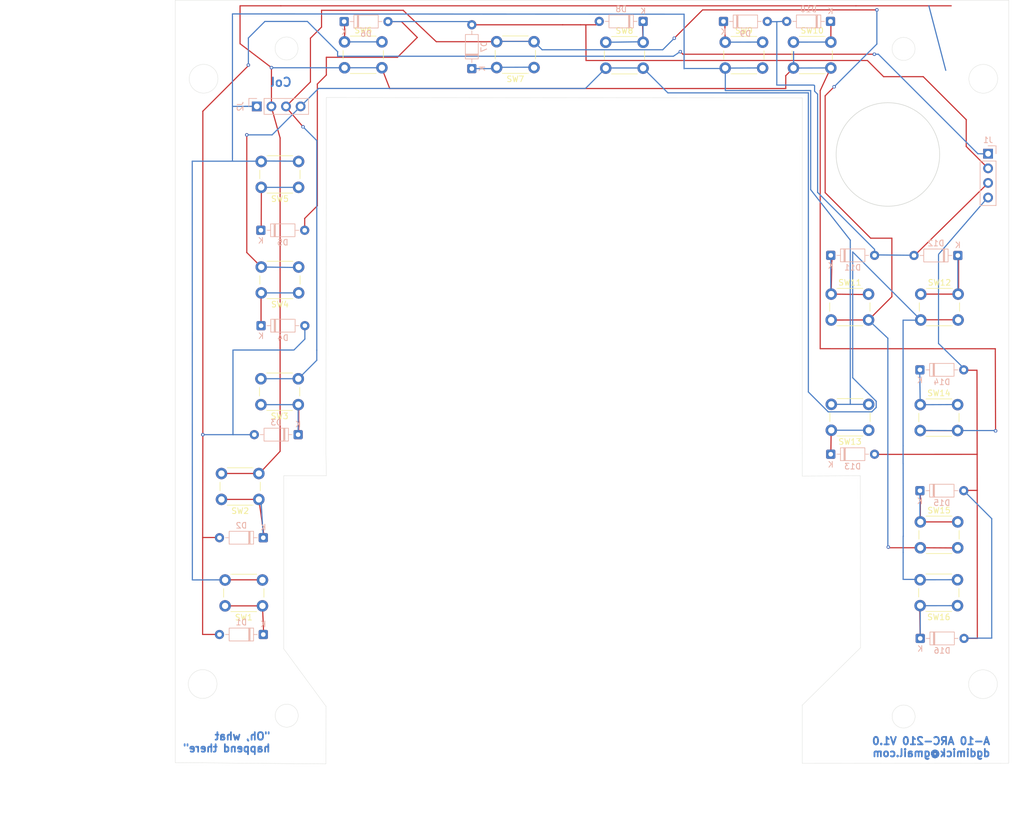
<source format=kicad_pcb>
(kicad_pcb (version 20241229) (generator "pcbnew") (generator_version "9.0")
  (layers (0 "F.Cu" signal) (2 "B.Cu" signal) (13 "F.Paste" user) (15 "B.Paste" user) (5 "F.SilkS" user "F.Silkscreen") (7 "B.SilkS" user "B.Silkscreen") (1 "F.Mask" user) (3 "B.Mask" user) (25 "Edge.Cuts" user))
  (net 0 "")
  (net 1 "Net-(D1-K)")
  (net 2 "Net-(D1-A)")
  (net 3 "Net-(D2-K)")
  (net 4 "Net-(D3-K)")
  (net 5 "Net-(D4-K)")
  (net 6 "Net-(D5-K)")
  (net 7 "Net-(D5-A)")
  (net 8 "Net-(D6-K)")
  (net 9 "Net-(D7-K)")
  (net 10 "Net-(D8-K)")
  (net 11 "Net-(D9-K)")
  (net 12 "Net-(D10-A)")
  (net 13 "Net-(D10-K)")
  (net 14 "Net-(D11-K)")
  (net 15 "Net-(D12-K)")
  (net 16 "Net-(D13-A)")
  (net 17 "Net-(D13-K)")
  (net 18 "Net-(D14-K)")
  (net 19 "Net-(D15-K)")
  (net 20 "Net-(D16-K)")
  (net 21 "Net-(J2-Pin_4)")
  (net 22 "Net-(J2-Pin_2)")
  (net 23 "Net-(J2-Pin_3)")
  (net 24 "Net-(J2-Pin_1)")
  (footprint "Button_Switch_THT:SW_PUSH_6mm_H5mm" (layer "F.Cu") (at 180.31 35.16)
    (property "Reference" "SW10" (at 3.25 -2 0) (layer "F.SilkS"))
    (property "Value" "SW_Push")
    (pad "1" thru_hole circle (at 0 0 90) (size 2 2) (drill 1.1) (layers "*.Cu" "*.Mask") (net 13 "Net-(D10-K)"))
    (pad "1" thru_hole circle (at 6.5 0 90) (size 2 2) (drill 1.1) (layers "*.Cu" "*.Mask") (net 13 "Net-(D10-K)"))
    (pad "2" thru_hole circle (at 0 4.5 90) (size 2 2) (drill 1.1) (layers "*.Cu" "*.Mask") (net 22 "Net-(J2-Pin_2)"))
    (pad "2" thru_hole circle (at 6.5 4.5 90) (size 2 2) (drill 1.1) (layers "*.Cu" "*.Mask") (net 22 "Net-(J2-Pin_2)"))
  )
  (footprint "Button_Switch_THT:SW_PUSH_6mm_H5mm" (layer "F.Cu") (at 202.35 98.2)
    (property "Reference" "SW14" (at 3.25 -2 0) (layer "F.SilkS"))
    (property "Value" "SW_Push")
    (pad "1" thru_hole circle (at 0 0 90) (size 2 2) (drill 1.1) (layers "*.Cu" "*.Mask") (net 18 "Net-(D14-K)"))
    (pad "1" thru_hole circle (at 6.5 0 90) (size 2 2) (drill 1.1) (layers "*.Cu" "*.Mask") (net 18 "Net-(D14-K)"))
    (pad "2" thru_hole circle (at 0 4.5 90) (size 2 2) (drill 1.1) (layers "*.Cu" "*.Mask") (net 22 "Net-(J2-Pin_2)"))
    (pad "2" thru_hole circle (at 6.5 4.5 90) (size 2 2) (drill 1.1) (layers "*.Cu" "*.Mask") (net 22 "Net-(J2-Pin_2)"))
  )
  (footprint "Button_Switch_THT:SW_PUSH_6mm_H5mm" (layer "F.Cu") (at 87.98 133.19 180)
    (property "Reference" "SW1" (at 3.25 -2 0) (layer "F.SilkS"))
    (property "Value" "SW_Push")
    (pad "1" thru_hole circle (at 0 0 270) (size 2 2) (drill 1.1) (layers "*.Cu" "*.Mask") (net 1 "Net-(D1-K)"))
    (pad "1" thru_hole circle (at 6.5 0 270) (size 2 2) (drill 1.1) (layers "*.Cu" "*.Mask") (net 1 "Net-(D1-K)"))
    (pad "2" thru_hole circle (at 0 4.5 270) (size 2 2) (drill 1.1) (layers "*.Cu" "*.Mask") (net 24 "Net-(J2-Pin_1)"))
    (pad "2" thru_hole circle (at 6.5 4.5 270) (size 2 2) (drill 1.1) (layers "*.Cu" "*.Mask") (net 24 "Net-(J2-Pin_1)"))
  )
  (footprint "Button_Switch_THT:SW_PUSH_6mm_H5mm" (layer "F.Cu") (at 87.35 114.68 180)
    (property "Reference" "SW2" (at 3.25 -2 0) (layer "F.SilkS"))
    (property "Value" "SW_Push")
    (pad "1" thru_hole circle (at 0 0 270) (size 2 2) (drill 1.1) (layers "*.Cu" "*.Mask") (net 3 "Net-(D2-K)"))
    (pad "1" thru_hole circle (at 6.5 0 270) (size 2 2) (drill 1.1) (layers "*.Cu" "*.Mask") (net 3 "Net-(D2-K)"))
    (pad "2" thru_hole circle (at 0 4.5 270) (size 2 2) (drill 1.1) (layers "*.Cu" "*.Mask") (net 22 "Net-(J2-Pin_2)"))
    (pad "2" thru_hole circle (at 6.5 4.5 270) (size 2 2) (drill 1.1) (layers "*.Cu" "*.Mask") (net 22 "Net-(J2-Pin_2)"))
  )
  (footprint "Button_Switch_THT:SW_PUSH_6mm_H5mm" (layer "F.Cu") (at 135.2 39.59 180)
    (property "Reference" "SW7" (at 3.25 -2 0) (layer "F.SilkS"))
    (property "Value" "SW_Push")
    (pad "1" thru_hole circle (at 0 0 270) (size 2 2) (drill 1.1) (layers "*.Cu" "*.Mask") (net 9 "Net-(D7-K)"))
    (pad "1" thru_hole circle (at 6.5 0 270) (size 2 2) (drill 1.1) (layers "*.Cu" "*.Mask") (net 9 "Net-(D7-K)"))
    (pad "2" thru_hole circle (at 0 4.5 270) (size 2 2) (drill 1.1) (layers "*.Cu" "*.Mask") (net 23 "Net-(J2-Pin_3)"))
    (pad "2" thru_hole circle (at 6.5 4.5 270) (size 2 2) (drill 1.1) (layers "*.Cu" "*.Mask") (net 23 "Net-(J2-Pin_3)"))
  )
  (footprint "Button_Switch_THT:SW_PUSH_6mm_H5mm" (layer "F.Cu") (at 94.21 98.2 180)
    (property "Reference" "SW3" (at 3.25 -2 0) (layer "F.SilkS"))
    (property "Value" "SW_Push")
    (pad "1" thru_hole circle (at 0 0 270) (size 2 2) (drill 1.1) (layers "*.Cu" "*.Mask") (net 4 "Net-(D3-K)"))
    (pad "1" thru_hole circle (at 6.5 0 270) (size 2 2) (drill 1.1) (layers "*.Cu" "*.Mask") (net 4 "Net-(D3-K)"))
    (pad "2" thru_hole circle (at 0 4.5 270) (size 2 2) (drill 1.1) (layers "*.Cu" "*.Mask") (net 23 "Net-(J2-Pin_3)"))
    (pad "2" thru_hole circle (at 6.5 4.5 270) (size 2 2) (drill 1.1) (layers "*.Cu" "*.Mask") (net 23 "Net-(J2-Pin_3)"))
  )
  (footprint "Button_Switch_THT:SW_PUSH_6mm_H5mm" (layer "F.Cu") (at 186.865 78.98)
    (property "Reference" "SW11" (at 3.25 -2 0) (layer "F.SilkS"))
    (property "Value" "SW_Push")
    (pad "1" thru_hole circle (at 0 0 90) (size 2 2) (drill 1.1) (layers "*.Cu" "*.Mask") (net 14 "Net-(D11-K)"))
    (pad "1" thru_hole circle (at 6.5 0 90) (size 2 2) (drill 1.1) (layers "*.Cu" "*.Mask") (net 14 "Net-(D11-K)"))
    (pad "2" thru_hole circle (at 0 4.5 90) (size 2 2) (drill 1.1) (layers "*.Cu" "*.Mask") (net 23 "Net-(J2-Pin_3)"))
    (pad "2" thru_hole circle (at 6.5 4.5 90) (size 2 2) (drill 1.1) (layers "*.Cu" "*.Mask") (net 23 "Net-(J2-Pin_3)"))
  )
  (footprint "Button_Switch_THT:SW_PUSH_6mm_H5mm" (layer "F.Cu") (at 147.67 35.19)
    (property "Reference" "SW8" (at 3.25 -2 0) (layer "F.SilkS"))
    (property "Value" "SW_Push")
    (pad "1" thru_hole circle (at 0 0 90) (size 2 2) (drill 1.1) (layers "*.Cu" "*.Mask") (net 10 "Net-(D8-K)"))
    (pad "1" thru_hole circle (at 6.5 0 90) (size 2 2) (drill 1.1) (layers "*.Cu" "*.Mask") (net 10 "Net-(D8-K)"))
    (pad "2" thru_hole circle (at 0 4.5 90) (size 2 2) (drill 1.1) (layers "*.Cu" "*.Mask") (net 21 "Net-(J2-Pin_4)"))
    (pad "2" thru_hole circle (at 6.5 4.5 90) (size 2 2) (drill 1.1) (layers "*.Cu" "*.Mask") (net 21 "Net-(J2-Pin_4)"))
  )
  (footprint "Button_Switch_THT:SW_PUSH_6mm_H5mm" (layer "F.Cu") (at 208.83 133.15 180)
    (property "Reference" "SW16" (at 3.25 -2 0) (layer "F.SilkS"))
    (property "Value" "SW_Push")
    (pad "1" thru_hole circle (at 0 0 270) (size 2 2) (drill 1.1) (layers "*.Cu" "*.Mask") (net 20 "Net-(D16-K)"))
    (pad "1" thru_hole circle (at 6.5 0 270) (size 2 2) (drill 1.1) (layers "*.Cu" "*.Mask") (net 20 "Net-(D16-K)"))
    (pad "2" thru_hole circle (at 0 4.5 270) (size 2 2) (drill 1.1) (layers "*.Cu" "*.Mask") (net 21 "Net-(J2-Pin_4)"))
    (pad "2" thru_hole circle (at 6.5 4.5 270) (size 2 2) (drill 1.1) (layers "*.Cu" "*.Mask") (net 21 "Net-(J2-Pin_4)"))
  )
  (footprint "Button_Switch_THT:SW_PUSH_6mm_H5mm" (layer "F.Cu") (at 94.26 60.42 180)
    (property "Reference" "SW5" (at 3.25 -2 0) (layer "F.SilkS"))
    (property "Value" "SW_Push")
    (pad "1" thru_hole circle (at 0 0 270) (size 2 2) (drill 1.1) (layers "*.Cu" "*.Mask") (net 6 "Net-(D5-K)"))
    (pad "1" thru_hole circle (at 6.5 0 270) (size 2 2) (drill 1.1) (layers "*.Cu" "*.Mask") (net 6 "Net-(D5-K)"))
    (pad "2" thru_hole circle (at 0 4.5 270) (size 2 2) (drill 1.1) (layers "*.Cu" "*.Mask") (net 24 "Net-(J2-Pin_1)"))
    (pad "2" thru_hole circle (at 6.5 4.5 270) (size 2 2) (drill 1.1) (layers "*.Cu" "*.Mask") (net 24 "Net-(J2-Pin_1)"))
  )
  (footprint "Button_Switch_THT:SW_PUSH_6mm_H5mm" (layer "F.Cu") (at 168.44 35.17)
    (property "Reference" "SW9" (at 3.25 -2 0) (layer "F.SilkS"))
    (property "Value" "SW_Push")
    (pad "1" thru_hole circle (at 0 0 90) (size 2 2) (drill 1.1) (layers "*.Cu" "*.Mask") (net 11 "Net-(D9-K)"))
    (pad "1" thru_hole circle (at 6.5 0 90) (size 2 2) (drill 1.1) (layers "*.Cu" "*.Mask") (net 11 "Net-(D9-K)"))
    (pad "2" thru_hole circle (at 0 4.5 90) (size 2 2) (drill 1.1) (layers "*.Cu" "*.Mask") (net 24 "Net-(J2-Pin_1)"))
    (pad "2" thru_hole circle (at 6.5 4.5 90) (size 2 2) (drill 1.1) (layers "*.Cu" "*.Mask") (net 24 "Net-(J2-Pin_1)"))
  )
  (footprint "Button_Switch_THT:SW_PUSH_6mm_H5mm" (layer "F.Cu") (at 202.44 78.98)
    (property "Reference" "SW12" (at 3.25 -2 0) (layer "F.SilkS"))
    (property "Value" "SW_Push")
    (pad "1" thru_hole circle (at 0 0 90) (size 2 2) (drill 1.1) (layers "*.Cu" "*.Mask") (net 15 "Net-(D12-K)"))
    (pad "1" thru_hole circle (at 6.5 0 90) (size 2 2) (drill 1.1) (layers "*.Cu" "*.Mask") (net 15 "Net-(D12-K)"))
    (pad "2" thru_hole circle (at 0 4.5 90) (size 2 2) (drill 1.1) (layers "*.Cu" "*.Mask") (net 21 "Net-(J2-Pin_4)"))
    (pad "2" thru_hole circle (at 6.5 4.5 90) (size 2 2) (drill 1.1) (layers "*.Cu" "*.Mask") (net 21 "Net-(J2-Pin_4)"))
  )
  (footprint "Button_Switch_THT:SW_PUSH_6mm_H5mm" (layer "F.Cu") (at 102.25 35.12)
    (property "Reference" "SW6" (at 3.25 -2 0) (layer "F.SilkS"))
    (property "Value" "SW_Push")
    (pad "1" thru_hole circle (at 0 0 90) (size 2 2) (drill 1.1) (layers "*.Cu" "*.Mask") (net 8 "Net-(D6-K)"))
    (pad "1" thru_hole circle (at 6.5 0 90) (size 2 2) (drill 1.1) (layers "*.Cu" "*.Mask") (net 8 "Net-(D6-K)"))
    (pad "2" thru_hole circle (at 0 4.5 90) (size 2 2) (drill 1.1) (layers "*.Cu" "*.Mask") (net 22 "Net-(J2-Pin_2)"))
    (pad "2" thru_hole circle (at 6.5 4.5 90) (size 2 2) (drill 1.1) (layers "*.Cu" "*.Mask") (net 22 "Net-(J2-Pin_2)"))
  )
  (footprint "Button_Switch_THT:SW_PUSH_6mm_H5mm" (layer "F.Cu") (at 202.37 118.59)
    (property "Reference" "SW15" (at 3.25 -2 0) (layer "F.SilkS"))
    (property "Value" "SW_Push")
    (pad "1" thru_hole circle (at 0 0 90) (size 2 2) (drill 1.1) (layers "*.Cu" "*.Mask") (net 19 "Net-(D15-K)"))
    (pad "1" thru_hole circle (at 6.5 0 90) (size 2 2) (drill 1.1) (layers "*.Cu" "*.Mask") (net 19 "Net-(D15-K)"))
    (pad "2" thru_hole circle (at 0 4.5 90) (size 2 2) (drill 1.1) (layers "*.Cu" "*.Mask") (net 23 "Net-(J2-Pin_3)"))
    (pad "2" thru_hole circle (at 6.5 4.5 90) (size 2 2) (drill 1.1) (layers "*.Cu" "*.Mask") (net 23 "Net-(J2-Pin_3)"))
  )
  (footprint "Button_Switch_THT:SW_PUSH_6mm_H5mm" (layer "F.Cu") (at 193.39 102.65 180)
    (property "Reference" "SW13" (at 3.25 -2 0) (layer "F.SilkS"))
    (property "Value" "SW_Push")
    (pad "1" thru_hole circle (at 0 0 270) (size 2 2) (drill 1.1) (layers "*.Cu" "*.Mask") (net 17 "Net-(D13-K)"))
    (pad "1" thru_hole circle (at 6.5 0 270) (size 2 2) (drill 1.1) (layers "*.Cu" "*.Mask") (net 17 "Net-(D13-K)"))
    (pad "2" thru_hole circle (at 0 4.5 270) (size 2 2) (drill 1.1) (layers "*.Cu" "*.Mask") (net 24 "Net-(J2-Pin_1)"))
    (pad "2" thru_hole circle (at 6.5 4.5 270) (size 2 2) (drill 1.1) (layers "*.Cu" "*.Mask") (net 24 "Net-(J2-Pin_1)"))
  )
  (footprint "Button_Switch_THT:SW_PUSH_6mm_H5mm" (layer "F.Cu") (at 94.27 78.77 180)
    (property "Reference" "SW4" (at 3.25 -2 0) (layer "F.SilkS"))
    (property "Value" "SW_Push")
    (pad "1" thru_hole circle (at 0 0 270) (size 2 2) (drill 1.1) (layers "*.Cu" "*.Mask") (net 5 "Net-(D4-K)"))
    (pad "1" thru_hole circle (at 6.5 0 270) (size 2 2) (drill 1.1) (layers "*.Cu" "*.Mask") (net 5 "Net-(D4-K)"))
    (pad "2" thru_hole circle (at 0 4.5 270) (size 2 2) (drill 1.1) (layers "*.Cu" "*.Mask") (net 21 "Net-(J2-Pin_4)"))
    (pad "2" thru_hole circle (at 6.5 4.5 270) (size 2 2) (drill 1.1) (layers "*.Cu" "*.Mask") (net 21 "Net-(J2-Pin_4)"))
  )
  (footprint "Diode_THT:D_DO-35_SOD27_P7.62mm_Horizontal" (layer "B.Cu") (at 186.79 72.24)
    (property "Reference" "D11" (at 3.81 2.12 0) (layer "B.SilkS") (effects (justify mirror)))
    (property "Value" "1N4148")
    (fp_text user "K" (at 0 1.8 0) (layer "B.SilkS") (effects (justify mirror)))
    (pad "1" thru_hole roundrect (at 0 0) (size 1.6 1.6) (drill 0.8) (layers "*.Cu" "*.Mask") (roundrect_rratio 0.15625) (net 14 "Net-(D11-K)"))
    (pad "2" thru_hole circle (at 7.62 0) (size 1.6 1.6) (drill 0.8) (layers "*.Cu" "*.Mask") (net 12 "Net-(D10-A)"))
  )
  (footprint "Diode_THT:D_DO-35_SOD27_P7.62mm_Horizontal" (layer "B.Cu") (at 202.35 138.85)
    (property "Reference" "D16" (at 3.81 2.12 0) (layer "B.SilkS") (effects (justify mirror)))
    (property "Value" "1N4148")
    (fp_text user "K" (at 0 1.8 0) (layer "B.SilkS") (effects (justify mirror)))
    (pad "1" thru_hole roundrect (at 0 0) (size 1.6 1.6) (drill 0.8) (layers "*.Cu" "*.Mask") (roundrect_rratio 0.15625) (net 20 "Net-(D16-K)"))
    (pad "2" thru_hole circle (at 7.62 0) (size 1.6 1.6) (drill 0.8) (layers "*.Cu" "*.Mask") (net 16 "Net-(D13-A)"))
  )
  (footprint "Diode_THT:D_DO-35_SOD27_P7.62mm_Horizontal" (layer "B.Cu") (at 168.14 31.57)
    (property "Reference" "D9" (at 3.81 2.12 0) (layer "B.SilkS") (effects (justify mirror)))
    (property "Value" "1N4148")
    (fp_text user "K" (at 0 1.8 0) (layer "B.SilkS") (effects (justify mirror)))
    (pad "1" thru_hole roundrect (at 0 0) (size 1.6 1.6) (drill 0.8) (layers "*.Cu" "*.Mask") (roundrect_rratio 0.15625) (net 11 "Net-(D9-K)"))
    (pad "2" thru_hole circle (at 7.62 0) (size 1.6 1.6) (drill 0.8) (layers "*.Cu" "*.Mask") (net 12 "Net-(D10-A)"))
  )
  (footprint "Connector_PinHeader_2.54mm:PinHeader_1x04_P2.54mm_Vertical" (layer "B.Cu") (at 86.99 46.34 -90)
    (property "Reference" "J2" (at 0 2.87 90) (layer "B.SilkS") (effects (justify mirror)))
    (property "Value" "Conn_01x04_Pin" (hide yes))
    (pad "1" thru_hole rect (at 0 0 270) (size 1.7 1.7) (drill 1) (layers "*.Cu" "*.Mask") (net 24 "Net-(J2-Pin_1)"))
    (pad "2" thru_hole circle (at 0 -2.54 270) (size 1.7 1.7) (drill 1) (layers "*.Cu" "*.Mask") (net 22 "Net-(J2-Pin_2)"))
    (pad "3" thru_hole circle (at 0 -5.08 270) (size 1.7 1.7) (drill 1) (layers "*.Cu" "*.Mask") (net 23 "Net-(J2-Pin_3)"))
    (pad "4" thru_hole circle (at 0 -7.62 270) (size 1.7 1.7) (drill 1) (layers "*.Cu" "*.Mask") (net 21 "Net-(J2-Pin_4)"))
  )
  (footprint "Diode_THT:D_DO-35_SOD27_P7.62mm_Horizontal" (layer "B.Cu") (at 202.3 113.16)
    (property "Reference" "D15" (at 3.81 2.12 0) (layer "B.SilkS") (effects (justify mirror)))
    (property "Value" "1N4148")
    (fp_text user "K" (at 0 1.8 0) (layer "B.SilkS") (effects (justify mirror)))
    (pad "1" thru_hole roundrect (at 0 0) (size 1.6 1.6) (drill 0.8) (layers "*.Cu" "*.Mask") (roundrect_rratio 0.15625) (net 19 "Net-(D15-K)"))
    (pad "2" thru_hole circle (at 7.62 0) (size 1.6 1.6) (drill 0.8) (layers "*.Cu" "*.Mask") (net 16 "Net-(D13-A)"))
  )
  (footprint "Diode_THT:D_DO-35_SOD27_P7.62mm_Horizontal" (layer "B.Cu") (at 94.18 103.42 180)
    (property "Reference" "D3" (at 3.81 2.12 0) (layer "B.SilkS") (effects (justify mirror)))
    (property "Value" "1N4148")
    (fp_text user "K" (at 0 1.8 0) (layer "B.SilkS") (effects (justify mirror)))
    (pad "1" thru_hole roundrect (at 0 0 180) (size 1.6 1.6) (drill 0.8) (layers "*.Cu" "*.Mask") (roundrect_rratio 0.15625) (net 4 "Net-(D3-K)"))
    (pad "2" thru_hole circle (at 7.62 0 180) (size 1.6 1.6) (drill 0.8) (layers "*.Cu" "*.Mask") (net 2 "Net-(D1-A)"))
  )
  (footprint "Connector_PinHeader_2.54mm:PinHeader_1x04_P2.54mm_Vertical" (layer "B.Cu") (at 214.15 54.57 180)
    (property "Reference" "J1" (at 0 2.38 0) (layer "B.SilkS") (effects (justify mirror)))
    (property "Value" "Conn_01x04_Pin")
    (pad "1" thru_hole rect (at 0 0 180) (size 1.7 1.7) (drill 1) (layers "*.Cu" "*.Mask") (net 2 "Net-(D1-A)"))
    (pad "2" thru_hole circle (at 0 -2.54 180) (size 1.7 1.7) (drill 1) (layers "*.Cu" "*.Mask") (net 7 "Net-(D5-A)"))
    (pad "3" thru_hole circle (at 0 -5.08 180) (size 1.7 1.7) (drill 1) (layers "*.Cu" "*.Mask") (net 12 "Net-(D10-A)"))
    (pad "4" thru_hole circle (at 0 -7.62 180) (size 1.7 1.7) (drill 1) (layers "*.Cu" "*.Mask") (net 16 "Net-(D13-A)"))
  )
  (footprint "Diode_THT:D_DO-35_SOD27_P7.62mm_Horizontal" (layer "B.Cu") (at 186.75 31.56 180)
    (property "Reference" "D10" (at 3.81 2.12 0) (layer "B.SilkS") (effects (justify mirror)))
    (property "Value" "1N4148")
    (fp_text user "K" (at 0 1.8 0) (layer "B.SilkS") (effects (justify mirror)))
    (pad "1" thru_hole roundrect (at 0 0 180) (size 1.6 1.6) (drill 0.8) (layers "*.Cu" "*.Mask") (roundrect_rratio 0.15625) (net 13 "Net-(D10-K)"))
    (pad "2" thru_hole circle (at 7.62 0 180) (size 1.6 1.6) (drill 0.8) (layers "*.Cu" "*.Mask") (net 12 "Net-(D10-A)"))
  )
  (footprint "Diode_THT:D_DO-35_SOD27_P7.62mm_Horizontal" (layer "B.Cu") (at 87.73 84.47)
    (property "Reference" "D4" (at 3.81 2.12 0) (layer "B.SilkS") (effects (justify mirror)))
    (property "Value" "1N4148")
    (fp_text user "K" (at 0 1.8 0) (layer "B.SilkS") (effects (justify mirror)))
    (pad "1" thru_hole roundrect (at 0 0) (size 1.6 1.6) (drill 0.8) (layers "*.Cu" "*.Mask") (roundrect_rratio 0.15625) (net 5 "Net-(D4-K)"))
    (pad "2" thru_hole circle (at 7.62 0) (size 1.6 1.6) (drill 0.8) (layers "*.Cu" "*.Mask") (net 2 "Net-(D1-A)"))
  )
  (footprint "Diode_THT:D_DO-35_SOD27_P7.62mm_Horizontal" (layer "B.Cu") (at 88.12 138.17 180)
    (property "Reference" "D1" (at 3.81 2.12 0) (layer "B.SilkS") (effects (justify mirror)))
    (property "Value" "1N4148")
    (fp_text user "K" (at 0 1.8 0) (layer "B.SilkS") (effects (justify mirror)))
    (pad "1" thru_hole roundrect (at 0 0 180) (size 1.6 1.6) (drill 0.8) (layers "*.Cu" "*.Mask") (roundrect_rratio 0.15625) (net 1 "Net-(D1-K)"))
    (pad "2" thru_hole circle (at 7.62 0 180) (size 1.6 1.6) (drill 0.8) (layers "*.Cu" "*.Mask") (net 2 "Net-(D1-A)"))
  )
  (footprint "Diode_THT:D_DO-35_SOD27_P7.62mm_Horizontal" (layer "B.Cu") (at 102.18 31.59)
    (property "Reference" "D6" (at 3.81 2.12 0) (layer "B.SilkS") (effects (justify mirror)))
    (property "Value" "1N4148")
    (fp_text user "K" (at 0 1.8 0) (layer "B.SilkS") (effects (justify mirror)))
    (pad "1" thru_hole roundrect (at 0 0) (size 1.6 1.6) (drill 0.8) (layers "*.Cu" "*.Mask") (roundrect_rratio 0.15625) (net 8 "Net-(D6-K)"))
    (pad "2" thru_hole circle (at 7.62 0) (size 1.6 1.6) (drill 0.8) (layers "*.Cu" "*.Mask") (net 7 "Net-(D5-A)"))
  )
  (footprint "Diode_THT:D_DO-35_SOD27_P7.62mm_Horizontal" (layer "B.Cu") (at 87.7 67.88)
    (property "Reference" "D5" (at 3.81 2.12 0) (layer "B.SilkS") (effects (justify mirror)))
    (property "Value" "1N4148")
    (fp_text user "K" (at 0 1.8 0) (layer "B.SilkS") (effects (justify mirror)))
    (pad "1" thru_hole roundrect (at 0 0) (size 1.6 1.6) (drill 0.8) (layers "*.Cu" "*.Mask") (roundrect_rratio 0.15625) (net 6 "Net-(D5-K)"))
    (pad "2" thru_hole circle (at 7.62 0) (size 1.6 1.6) (drill 0.8) (layers "*.Cu" "*.Mask") (net 7 "Net-(D5-A)"))
  )
  (footprint "Diode_THT:D_DO-35_SOD27_P7.62mm_Horizontal" (layer "B.Cu") (at 124.38 39.77 90)
    (property "Reference" "D7" (at 3.81 2.12 90) (layer "B.SilkS") (effects (justify mirror)))
    (property "Value" "1N4148")
    (fp_text user "K" (at 0 1.8 90) (layer "B.SilkS") (effects (justify mirror)))
    (pad "1" thru_hole roundrect (at 0 0 90) (size 1.6 1.6) (drill 0.8) (layers "*.Cu" "*.Mask") (roundrect_rratio 0.15625) (net 9 "Net-(D7-K)"))
    (pad "2" thru_hole circle (at 7.62 0 90) (size 1.6 1.6) (drill 0.8) (layers "*.Cu" "*.Mask") (net 7 "Net-(D5-A)"))
  )
  (footprint "Diode_THT:D_DO-35_SOD27_P7.62mm_Horizontal" (layer "B.Cu") (at 186.79 106.82)
    (property "Reference" "D13" (at 3.81 2.12 0) (layer "B.SilkS") (effects (justify mirror)))
    (property "Value" "1N4148")
    (fp_text user "K" (at 0 1.8 0) (layer "B.SilkS") (effects (justify mirror)))
    (pad "1" thru_hole roundrect (at 0 0) (size 1.6 1.6) (drill 0.8) (layers "*.Cu" "*.Mask") (roundrect_rratio 0.15625) (net 17 "Net-(D13-K)"))
    (pad "2" thru_hole circle (at 7.62 0) (size 1.6 1.6) (drill 0.8) (layers "*.Cu" "*.Mask") (net 16 "Net-(D13-A)"))
  )
  (footprint "Diode_THT:D_DO-35_SOD27_P7.62mm_Horizontal" (layer "B.Cu") (at 208.89 72.26 180)
    (property "Reference" "D12" (at 3.81 2.12 0) (layer "B.SilkS") (effects (justify mirror)))
    (property "Value" "1N4148")
    (fp_text user "K" (at 0 1.8 0) (layer "B.SilkS") (effects (justify mirror)))
    (pad "1" thru_hole roundrect (at 0 0 180) (size 1.6 1.6) (drill 0.8) (layers "*.Cu" "*.Mask") (roundrect_rratio 0.15625) (net 15 "Net-(D12-K)"))
    (pad "2" thru_hole circle (at 7.62 0 180) (size 1.6 1.6) (drill 0.8) (layers "*.Cu" "*.Mask") (net 12 "Net-(D10-A)"))
  )
  (footprint "Diode_THT:D_DO-35_SOD27_P7.62mm_Horizontal" (layer "B.Cu") (at 88.12 121.34 180)
    (property "Reference" "D2" (at 3.81 2.12 0) (layer "B.SilkS") (effects (justify mirror)))
    (property "Value" "1N4148")
    (fp_text user "K" (at 0 1.8 0) (layer "B.SilkS") (effects (justify mirror)))
    (pad "1" thru_hole roundrect (at 0 0 180) (size 1.6 1.6) (drill 0.8) (layers "*.Cu" "*.Mask") (roundrect_rratio 0.15625) (net 3 "Net-(D2-K)"))
    (pad "2" thru_hole circle (at 7.62 0 180) (size 1.6 1.6) (drill 0.8) (layers "*.Cu" "*.Mask") (net 2 "Net-(D1-A)"))
  )
  (footprint "Diode_THT:D_DO-35_SOD27_P7.62mm_Horizontal" (layer "B.Cu") (at 202.3 92.15)
    (property "Reference" "D14" (at 3.81 2.12 0) (layer "B.SilkS") (effects (justify mirror)))
    (property "Value" "1N4148")
    (fp_text user "K" (at 0 1.8 0) (layer "B.SilkS") (effects (justify mirror)))
    (pad "1" thru_hole roundrect (at 0 0) (size 1.6 1.6) (drill 0.8) (layers "*.Cu" "*.Mask") (roundrect_rratio 0.15625) (net 18 "Net-(D14-K)"))
    (pad "2" thru_hole circle (at 7.62 0) (size 1.6 1.6) (drill 0.8) (layers "*.Cu" "*.Mask") (net 16 "Net-(D13-A)"))
  )
  (footprint "Diode_THT:D_DO-35_SOD27_P7.62mm_Horizontal" (layer "B.Cu") (at 154.16 31.56 180)
    (property "Reference" "D8" (at 3.81 2.12 0) (layer "B.SilkS") (effects (justify mirror)))
    (property "Value" "1N4148")
    (fp_text user "K" (at 0 1.8 0) (layer "B.SilkS") (effects (justify mirror)))
    (pad "1" thru_hole roundrect (at 0 0 180) (size 1.6 1.6) (drill 0.8) (layers "*.Cu" "*.Mask") (roundrect_rratio 0.15625) (net 10 "Net-(D8-K)"))
    (pad "2" thru_hole circle (at 7.62 0 180) (size 1.6 1.6) (drill 0.8) (layers "*.Cu" "*.Mask") (net 7 "Net-(D5-A)"))
  )
  (gr_line (start 212.28 138.85) (end 212.26 113.11) (stroke (width 0.2)) (layer "F.Cu") (net 16))
  (gr_line (start 87.98 133.19) (end 81.41 133.19) (stroke (width 0.2)) (layer "F.Cu") (net 1))
  (gr_line (start 202.37 118.59) (end 202.37 112.89) (stroke (width 0.2)) (layer "F.Cu") (net 19))
  (gr_line (start 184.96 88.47) (end 184.96 43.588306) (stroke (width 0.2)) (layer "F.Cu") (net 22))
  (gr_line (start 87.92 128.66) (end 81.26988 128.66) (stroke (width 0.2)) (layer "F.Cu") (net 24))
  (gr_line (start 154.03 30.82) (end 154.15 35.1) (stroke (width 0.2)) (layer "F.Cu") (net 10))
  (gr_line (start 168.37 30.98) (end 168.43 35.09) (stroke (width 0.2)) (layer "F.Cu") (net 11))
  (gr_line (start 110.11 43.24) (end 108.87 40.06) (stroke (width 0.2)) (layer "F.Cu") (net 22))
  (gr_line (start 80.55 121.3) (end 77.58 121.3) (stroke (width 0.2)) (layer "F.Cu") (net 2))
  (gr_line (start 212.26 113.11) (end 212.22 92.22) (stroke (width 0.2)) (layer "F.Cu") (net 16))
  (gr_line (start 89.54 46.500521) (end 91.045 51.826839) (stroke (width 0.2)) (layer "F.Cu") (net 22))
  (gr_line (start 193.38 79.06) (end 186.865 78.98) (stroke (width 0.2)) (layer "F.Cu") (net 14))
  (gr_line (start 80.92 110.17) (end 87.44049 110.17) (stroke (width 0.2)) (layer "F.Cu") (net 22))
  (gr_line (start 77.61 103.490741) (end 77.58 121.3) (stroke (width 0.2)) (layer "F.Cu") (net 2))
  (gr_line (start 186.81 34.49) (end 186.82 32.18) (stroke (width 0.2)) (layer "F.Cu") (net 13))
  (gr_line (start 118.2 35.09) (end 112.45 29.65) (stroke (width 0.2)) (layer "F.Cu") (net 23))
  (gr_line (start 89.54 39.599478) (end 89.54 46.500521) (stroke (width 0.2)) (layer "F.Cu") (net 22))
  (gr_line (start 202.37 118.59) (end 208.69 118.59) (stroke (width 0.2)) (layer "F.Cu") (net 19))
  (gr_line (start 87.76 67.85) (end 87.79 60.42) (stroke (width 0.2)) (layer "F.Cu") (net 6))
  (gr_line (start 102.25 35.12) (end 102.25 31.65) (stroke (width 0.2)) (layer "F.Cu") (net 8))
  (gr_line (start 80.5 138.16) (end 77.569574 138.16) (stroke (width 0.2)) (layer "F.Cu") (net 2))
  (gr_line (start 196.867012 123.08) (end 202.29 123.08) (stroke (width 0.2)) (layer "F.Cu") (net 23))
  (gr_line (start 201.37 72.26) (end 214.12 59.7) (stroke (width 0.2)) (layer "F.Cu") (net 12))
  (gr_line (start 212.26 113.11) (end 210.68 113.11) (stroke (width 0.2)) (layer "F.Cu") (net 16))
  (gr_line (start 202.33 138.82) (end 202.26 133.16) (stroke (width 0.2)) (layer "F.Cu") (net 20))
  (gr_line (start 91.17 28.85) (end 84.079431 28.85) (stroke (width 0.2)) (layer "F.Cu") (net 22))
  (gr_line (start 89.54 39.595) (end 84.08 35.44) (stroke (width 0.2)) (layer "F.Cu") (net 22))
  (gr_line (start 186.865 78.98) (end 187.01 72.26) (stroke (width 0.2)) (layer "F.Cu") (net 14))
  (gr_line (start 186.81 106.92) (end 186.86 102.65) (stroke (width 0.2)) (layer "F.Cu") (net 17))
  (gr_line (start 191.17 28.85) (end 91.17 28.85) (stroke (width 0.2)) (layer "F.Cu") (net 22))
  (gr_line (start 215.403561 88.48) (end 215.45 102.76) (stroke (width 0.2)) (layer "F.Cu") (net 22))
  (gr_line (start 94.28 103.38) (end 94.28 98.199528) (stroke (width 0.2)) (layer "F.Cu") (net 4))
  (gr_line (start 186.79 39.65) (end 184.96 43.588306) (stroke (width 0.2)) (layer "F.Cu") (net 22))
  (gr_line (start 209.03 123.12) (end 202.29 123.08) (stroke (width 0.2)) (layer "F.Cu") (net 23))
  (gr_line (start 186.87 83.49) (end 193.43 83.47) (stroke (width 0.2)) (layer "F.Cu") (net 23))
  (gr_line (start 91.045 106.313161) (end 91.045 51.826839) (stroke (width 0.2)) (layer "F.Cu") (net 22))
  (gr_line (start 191.17 28.85) (end 207.740008 28.85) (stroke (width 0.2)) (layer "F.Cu") (net 22))
  (gr_line (start 88.3 121.31) (end 87.35 114.68) (stroke (width 0.2)) (layer "F.Cu") (net 3))
  (gr_line (start 209.02 78.98) (end 209.02 72.12) (stroke (width 0.2)) (layer "F.Cu") (net 15))
  (gr_line (start 91.045 106.313161) (end 87.44049 110.17) (stroke (width 0.2)) (layer "F.Cu") (net 22))
  (gr_line (start 95.03 49.89) (end 92.04 46.42) (stroke (width 0.2)) (layer "F.Cu") (net 23))
  (gr_line (start 215.403561 88.48) (end 184.96 88.47) (stroke (width 0.2)) (layer "F.Cu") (net 22))
  (gr_line (start 88.2 138.31) (end 87.98 133.19) (stroke (width 0.2)) (layer "F.Cu") (net 1))
  (gr_line (start 202.44 78.98) (end 209.02 78.98) (stroke (width 0.2)) (layer "F.Cu") (net 15))
  (gr_line (start 87.35 114.68) (end 80.89 114.68) (stroke (width 0.2)) (layer "F.Cu") (net 3))
  (gr_line (start 194.37 106.85) (end 212.27 106.84) (stroke (width 0.2)) (layer "F.Cu") (net 16))
  (gr_line (start 202.58 102.71) (end 209.09 102.71) (stroke (width 0.2)) (layer "F.Cu") (net 22))
  (gr_line (start 84.079431 28.85) (end 84.08 35.44) (stroke (width 0.2)) (layer "F.Cu") (net 22))
  (gr_line (start 144.24 38.37) (end 144.21 32.2) (stroke (width 0.2)) (layer "F.Cu") (net 7))
  (gr_line (start 212.22 92.22) (end 210.29 92.22) (stroke (width 0.2)) (layer "F.Cu") (net 16))
  (gr_line (start 209.94 138.83) (end 212.28 138.85) (stroke (width 0.2)) (layer "F.Cu") (net 16))
  (gr_line (start 208.99 83.44) (end 202.489624 83.44) (stroke (width 0.2)) (layer "F.Cu") (net 21))
  (gr_line (start 129.14 35.045) (end 135.815 35.045) (stroke (width 0.2)) (layer "F.Cu") (net 23))
  (gr_line (start 77.58 121.3) (end 77.569574 138.16) (stroke (width 0.2)) (layer "F.Cu") (net 2))
  (gr_line (start 94.21 98.2) (end 87.79 98.2) (stroke (width 0.2)) (layer "B.Cu") (net 4))
  (gr_line (start 210.29 92.22) (end 205.53 87.57) (stroke (width 0.2)) (layer "B.Cu") (net 16))
  (gr_line (start 208.96 128.64) (end 202.58 128.65) (stroke (width 0.2)) (layer "B.Cu") (net 21))
  (gr_line (start 84.88 46.34) (end 86.99 46.34) (stroke (width 0.2)) (layer "B.Cu") (net 24))
  (gr_line (start 154.15 35.1) (end 147.67 35.19) (stroke (width 0.2)) (layer "B.Cu") (net 10))
  (gr_line (start 212.376292 54.57) (end 214.13 54.6) (stroke (width 0.2)) (layer "B.Cu") (net 2))
  (gr_line (start 159.45 37.61) (end 160.46 36.92) (stroke (width 0.2)) (layer "B.Cu") (net 2))
  (gr_line (start 94.19 93.69) (end 87.81 93.69) (stroke (width 0.2)) (layer "B.Cu") (net 23))
  (gr_line (start 161.29 39.8) (end 161.29 30.309474) (stroke (width 0.2)) (layer "B.Cu") (net 24))
  (gr_line (start 193.39 102.65) (end 186.86 102.65) (stroke (width 0.2)) (layer "B.Cu") (net 17))
  (gr_line (start 174.97 35.15) (end 168.44 35.17) (stroke (width 0.2)) (layer "B.Cu") (net 11))
  (gr_line (start 129.19 39.545) (end 135.54 39.52) (stroke (width 0.2)) (layer "B.Cu") (net 9))
  (gr_line (start 81.51 128.66) (end 75.79 128.68) (stroke (width 0.2)) (layer "B.Cu") (net 24))
  (gr_line (start 161.29 30.309474) (end 82.76 30.26) (stroke (width 0.2)) (layer "B.Cu") (net 24))
  (gr_line (start 205.53 87.57) (end 205.53 72.147637) (stroke (width 0.2)) (layer "B.Cu") (net 16))
  (gr_line (start 209.93 138.8) (end 214.78 138.8) (stroke (width 0.2)) (layer "B.Cu") (net 16))
  (gr_line (start 88.12 121.34) (end 87.74 115) (stroke (width 0.2)) (layer "B.Cu") (net 3))
  (gr_line (start 82.76 30.26) (end 82.76 55.84) (stroke (width 0.2)) (layer "B.Cu") (net 24))
  (gr_line (start 101.04 37.62) (end 101.04 36.81) (stroke (width 0.2)) (layer "B.Cu") (net 2))
  (gr_line (start 199.38 108.46) (end 199.4 121.09) (stroke (width 0.2)) (layer "B.Cu") (net 21))
  (gr_line (start 177.41 31.61) (end 175.67 31.61) (stroke (width 0.2)) (layer "B.Cu") (net 12))
  (gr_line (start 94.18 103.42) (end 94.18 98.199914) (stroke (width 0.2)) (layer "B.Cu") (net 4))
  (gr_line (start 183.3 60.82) (end 183.3 43.579896) (stroke (width 0.2)) (layer "B.Cu") (net 24))
  (gr_line (start 75.79 128.68) (end 75.77 55.87) (stroke (width 0.2)) (layer "B.Cu") (net 24))
  (gr_line (start 174.96 39.65) (end 168.4 39.68) (stroke (width 0.2)) (layer "B.Cu") (net 24))
  (gr_line (start 154.11 39.66) (end 147.47 39.66) (stroke (width 0.2)) (layer "B.Cu") (net 21))
  (gr_line (start 124.38 39.77) (end 128.74 39.77) (stroke (width 0.2)) (layer "B.Cu") (net 9))
  (gr_line (start 87.77 74.27) (end 94.3 74.36) (stroke (width 0.2)) (layer "B.Cu") (net 21))
  (gr_line (start 193.388006 98.150009) (end 186.99 98.150009) (stroke (width 0.2)) (layer "B.Cu") (net 24))
  (gr_line (start 202.35 138.85) (end 202.35 133.159289) (stroke (width 0.2)) (layer "B.Cu") (net 20))
  (gr_line (start 168.46 39.75) (end 168.46 43.58738) (stroke (width 0.2)) (layer "B.Cu") (net 24))
  (gr_line (start 86.99 46.34) (end 82.77 46.34) (stroke (width 0.2)) (layer "B.Cu") (net 24))
  (gr_line (start 94.26 60.42) (end 87.79 60.42) (stroke (width 0.2)) (layer "B.Cu") (net 6))
  (gr_line (start 199.38 121.090524) (end 199.38 123.890017) (stroke (width 0.2)) (layer "B.Cu") (net 21))
  (gr_line (start 179.13 31.53) (end 177.41 31.61) (stroke (width 0.2)) (layer "B.Cu") (net 12))
  (gr_line (start 190.189003 98.150009) (end 190.189003 69.594489) (stroke (width 0.2)) (layer "B.Cu") (net 24))
  (gr_line (start 202.26 92.16) (end 202.35 98.2) (stroke (width 0.2)) (layer "B.Cu") (net 18))
  (gr_line (start 205.57 72.02) (end 213.64 62.7) (stroke (width 0.2)) (layer "B.Cu") (net 16))
  (gr_line (start 202.3 113.16) (end 202.3 118.712602) (stroke (width 0.2)) (layer "B.Cu") (net 19))
  (gr_line (start 199.37 108.43) (end 199.37 105.35) (stroke (width 0.2)) (layer "B.Cu") (net 21))
  (gr_line (start 199.38 123.88) (end 199.38 128.59) (stroke (width 0.2)) (layer "B.Cu") (net 21))
  (gr_line (start 209.04 98.18) (end 202.49 98.21) (stroke (width 0.2)) (layer "B.Cu") (net 18))
  (gr_line (start 190.189003 69.594489) (end 183.3 60.82) (stroke (width 0.2)) (layer "B.Cu") (net 24))
  (gr_line (start 193.33 83.47) (end 196.72 86.65) (stroke (width 0.2)) (layer "B.Cu") (net 23))
  (gr_line (start 94.27 78.77) (end 87.82 78.77) (stroke (width 0.2)) (layer "B.Cu") (net 5))
  (gr_line (start 186.79 72.24) (end 186.79 79.160585) (stroke (width 0.2)) (layer "B.Cu") (net 14))
  (gr_line (start 180.33 39.51) (end 180.33 36.819833) (stroke (width 0.2)) (layer "B.Cu") (net 22))
  (gr_line (start 199.38 128.59) (end 201.61 128.59) (stroke (width 0.2)) (layer "B.Cu") (net 21))
  (gr_line (start 183.3 43.579896) (end 168.46 43.58738) (stroke (width 0.2)) (layer "B.Cu") (net 24))
  (gr_line (start 199.37 105.35) (end 199.37 83.51) (stroke (width 0.2)) (layer "B.Cu") (net 21))
  (gr_line (start 168.46 39.75) (end 161.289826 39.75) (stroke (width 0.2)) (layer "B.Cu") (net 24))
  (gr_line (start 94.3 55.87) (end 87.77 55.83) (stroke (width 0.2)) (layer "B.Cu") (net 24))
  (gr_line (start 208.83 133.15) (end 202.26 133.16) (stroke (width 0.2)) (layer "B.Cu") (net 20))
  (gr_line (start 201.24 72.23) (end 194.34 72.16) (stroke (width 0.2)) (layer "B.Cu") (net 12))
  (gr_line (start 202.49 83.51) (end 199.38 83.51) (stroke (width 0.2)) (layer "B.Cu") (net 21))
  (gr_line (start 209.09 102.71) (end 202.77 102.68) (stroke (width 0.2)) (layer "B.Cu") (net 22))
  (gr_line (start 75.77 55.87) (end 88.18 55.87) (stroke (width 0.2)) (layer "B.Cu") (net 24))
  (gr_line (start 177.41 31.61) (end 177.41 42.63) (stroke (width 0.2)) (layer "B.Cu") (net 12))
  (gr_line (start 102.25 35.12) (end 108.84 35.12) (stroke (width 0.2)) (layer "B.Cu") (net 8))
  (gr_line (start 186.85 35.15) (end 180.31 35.16) (stroke (width 0.2)) (layer "B.Cu") (net 13))
  (gr_line (start 203.85 28.85) (end 206.79 40.07) (stroke (width 0.2)) (layer "B.Cu"))
  (gr_line (start 128.68 35.045) (end 135.27 35.045) (stroke (width 0.2)) (layer "B.Cu") (net 23))
  (gr_line (start 186.79 39.65) (end 180.29 39.67) (stroke (width 0.2)) (layer "B.Cu") (net 22))
  (gr_circle (center 199.45 36.345) (end 201.45 36.345) (stroke (width 0.05)) (fill no) (layer "Edge.Cuts"))
  (gr_circle (center 77.74 41.53) (end 80.24 41.53) (stroke (width 0.05)) (fill no) (layer "Edge.Cuts"))
  (gr_line (start 91.665 131.87) (end 91.665 110.57) (stroke (width 0.05)) (layer "Edge.Cuts"))
  (gr_line (start 91.665 140.645) (end 99.0275 150.658067) (stroke (width 0.05)) (layer "Edge.Cuts"))
  (gr_line (start 72.82 27.87) (end 72.82 160.445) (stroke (width 0.05)) (layer "Edge.Cuts"))
  (gr_line (start 181.815 160.570005) (end 217.73 160.54) (stroke (width 0.05)) (layer "Edge.Cuts"))
  (gr_line (start 181.815 160.570005) (end 181.815 150.482503) (stroke (width 0.05)) (layer "Edge.Cuts"))
  (gr_circle (center 196.73 54.7) (end 205.73 54.7) (stroke (width 0.1)) (fill no) (layer "Edge.Cuts"))
  (gr_circle (center 213.26 146.81) (end 215.76 146.81) (stroke (width 0.05)) (fill no) (layer "Edge.Cuts"))
  (gr_line (start 99.065 44.795) (end 181.865 44.87) (stroke (width 0.05)) (layer "Edge.Cuts"))
  (gr_circle (center 199.46 152.43) (end 201.46 152.43) (stroke (width 0.05)) (fill no) (layer "Edge.Cuts"))
  (gr_circle (center 213.31 41.54) (end 215.81 41.54) (stroke (width 0.05)) (fill no) (layer "Edge.Cuts"))
  (gr_circle (center 77.58 146.78) (end 80.08 146.78) (stroke (width 0.05)) (fill no) (layer "Edge.Cuts"))
  (gr_line (start 91.665 131.87) (end 91.665 140.645) (stroke (width 0.05)) (layer "Edge.Cuts"))
  (gr_line (start 191.965 140.47) (end 191.94 110.57) (stroke (width 0.05)) (layer "Edge.Cuts"))
  (gr_circle (center 92.19 152.28) (end 94.19 152.28) (stroke (width 0.05)) (fill no) (layer "Edge.Cuts"))
  (gr_line (start 72.82 160.445) (end 99.015 160.671134) (stroke (width 0.05)) (layer "Edge.Cuts"))
  (gr_line (start 99.015 106.67) (end 99.065 44.795) (stroke (width 0.05)) (layer "Edge.Cuts"))
  (gr_line (start 72.82 27.87) (end 217.73 27.864986) (stroke (width 0.05)) (layer "Edge.Cuts"))
  (gr_line (start 191.965 140.47) (end 181.815 150.482503) (stroke (width 0.05)) (layer "Edge.Cuts"))
  (gr_line (start 181.815 110.62) (end 181.815 106.67) (stroke (width 0.05)) (layer "Edge.Cuts"))
  (gr_line (start 99.077545 110.57) (end 99.015 106.67) (stroke (width 0.05)) (layer "Edge.Cuts"))
  (gr_line (start 99.077545 110.57) (end 91.665 110.57) (stroke (width 0.05)) (layer "Edge.Cuts"))
  (gr_circle (center 92.165 36.27) (end 94.165 36.27) (stroke (width 0.05)) (fill no) (layer "Edge.Cuts"))
  (gr_line (start 217.73 27.864986) (end 217.73 160.54) (stroke (width 0.05)) (layer "Edge.Cuts"))
  (gr_line (start 99.015 160.671134) (end 99.0275 150.658067) (stroke (width 0.05)) (layer "Edge.Cuts"))
  (gr_line (start 181.865 44.87) (end 181.815 106.67) (stroke (width 0.05)) (layer "Edge.Cuts"))
  (gr_line (start 191.94 110.57) (end 181.815 110.62) (stroke (width 0.05)) (layer "Edge.Cuts"))
  (gr_text "Col" (at 93.21 43.01 0) (layer "B.Cu") (effects (font (size 1.5 1.5) (thickness 0.3) (bold yes)) (justify left bottom mirror)))
  (gr_text "A-10 ARC-210 V1.0\ndgdimick@gmail.com" (at 214.65 159.54 0) (layer "B.Cu") (effects (font (size 1.3 1.3) (thickness 0.3) (bold yes)) (justify left bottom mirror)))
  (gr_text "{dblquote}Oh, what\nhappend there{dblquote}" (at 89.5 158.72 0) (layer "B.Cu") (effects (font (size 1.3 1.3) (thickness 0.3) (bold yes)) (justify left bottom mirror)))
  (segment (start 77.61 103.490741) (end 77.61 47.18) (width 0.2) (layer "F.Cu") (net 2))
  (segment (start 77.66 47.13) (end 85.53 39.26) (width 0.2) (layer "F.Cu") (net 2))
  (segment (start 194.37 37.27) (end 161.09 37.27) (width 0.2) (layer "F.Cu") (net 2))
  (segment (start 161.09 37.27) (end 160.64 36.82) (width 0.2) (layer "F.Cu") (net 2))
  (segment (start 77.61 47.18) (end 77.66 47.13) (width 0.2) (layer "F.Cu") (net 2))
  (segment (start 85.53 39.26) (end 85.53 39.15) (width 0.2) (layer "F.Cu") (net 2))
  (via (at 85.53 39.15) (size 0.6) (drill 0.3) (layers "F.Cu" "B.Cu") (net 2))
  (via (at 160.64 36.82) (size 0.6) (drill 0.3) (layers "F.Cu" "B.Cu") (net 2))
  (via (at 77.61 103.42) (size 0.6) (drill 0.3) (layers "F.Cu" "B.Cu") (net 2))
  (via (at 194.37 37.27) (size 0.6) (drill 0.3) (layers "F.Cu" "B.Cu") (net 2))
  (segment (start 95.35 84.47) (end 95.35 86.8) (width 0.2) (layer "B.Cu") (net 2))
  (segment (start 82.85 88.7) (end 82.85 103.38) (width 0.2) (layer "B.Cu") (net 2))
  (segment (start 93.45 88.7) (end 82.85 88.7) (width 0.2) (layer "B.Cu") (net 2))
  (segment (start 94.31 87.84) (end 93.45 88.7) (width 0.2) (layer "B.Cu") (net 2))
  (segment (start 95.35 86.8) (end 94.31 87.84) (width 0.2) (layer "B.Cu") (net 2))
  (segment (start 85.53 39.15) (end 85.53 34.44) (width 0.2) (layer "B.Cu") (net 2))
  (segment (start 95.26 31.57) (end 95.79 31.57) (width 0.2) (layer "B.Cu") (net 2))
  (segment (start 88.4 31.57) (end 95.26 31.57) (width 0.2) (layer "B.Cu") (net 2))
  (segment (start 85.53 34.44) (end 87.02 32.95) (width 0.2) (layer "B.Cu") (net 2))
  (segment (start 194.37 37.27) (end 195.076292 37.27) (width 0.2) (layer "B.Cu") (net 2))
  (segment (start 82.819259 103.42) (end 77.61 103.42) (width 0.2) (layer "B.Cu") (net 2))
  (segment (start 195.076292 37.27) (end 212.376292 54.57) (width 0.2) (layer "B.Cu") (net 2))
  (segment (start 101.05 36.83) (end 101.05 36.84) (width 0.2) (layer "B.Cu") (net 2))
  (segment (start 101.04 37.62) (end 159.44 37.62) (width 0.2) (layer "B.Cu") (net 2))
  (segment (start 82.89 103.42) (end 82.85 103.38) (width 0.2) (layer "B.Cu") (net 2))
  (segment (start 95.79 31.57) (end 99.96 35.74) (width 0.2) (layer "B.Cu") (net 2))
  (segment (start 87.02 32.95) (end 88.4 31.57) (width 0.2) (layer "B.Cu") (net 2))
  (segment (start 86.56 103.42) (end 82.89 103.42) (width 0.2) (layer "B.Cu") (net 2))
  (segment (start 99.96 35.74) (end 101.05 36.83) (width 0.2) (layer "B.Cu") (net 2))
  (segment (start 87.73 78.81) (end 87.77 78.77) (width 0.2) (layer "F.Cu") (net 5))
  (segment (start 87.73 84.47) (end 87.73 78.81) (width 0.2) (layer "F.Cu") (net 5))
  (segment (start 193.169 38.359) (end 144.231 38.359) (width 0.2) (layer "F.Cu") (net 7))
  (segment (start 214.15 57.11) (end 210.35 53.31) (width 0.2) (layer "F.Cu") (net 7))
  (segment (start 97.52 63.62) (end 97.52 42.45) (width 0.2) (layer "F.Cu") (net 7))
  (segment (start 95.32 65.82) (end 97.52 63.62) (width 0.2) (layer "F.Cu") (net 7))
  (segment (start 95.32 67.88) (end 95.32 65.82) (width 0.2) (layer "F.Cu") (net 7))
  (segment (start 112.14 31.59) (end 109.8 31.59) (width 0.2) (layer "F.Cu") (net 7))
  (segment (start 124.38 32.15) (end 140.17 32.15) (width 0.2) (layer "F.Cu") (net 7))
  (segment (start 143.29 32.15) (end 145.95 32.15) (width 0.2) (layer "F.Cu") (net 7))
  (segment (start 195.98 41.17) (end 193.169 38.359) (width 0.2) (layer "F.Cu") (net 7))
  (segment (start 111.45 37.8) (end 114.9 34.35) (width 0.2) (layer "F.Cu") (net 7))
  (segment (start 140.17 32.15) (end 143.29 32.15) (width 0.2) (layer "F.Cu") (net 7))
  (segment (start 210.35 48.65) (end 202.87 41.17) (width 0.2) (layer "F.Cu") (net 7))
  (segment (start 99.084438 37.8) (end 111.45 37.8) (width 0.2) (layer "F.Cu") (net 7))
  (segment (start 99.084438 40.885562) (end 99.084438 37.8) (width 0.2) (layer "F.Cu") (net 7))
  (segment (start 97.52 42.45) (end 99.084438 40.885562) (width 0.2) (layer "F.Cu") (net 7))
  (segment (start 210.35 53.31) (end 210.35 48.65) (width 0.2) (layer "F.Cu") (net 7))
  (segment (start 145.95 32.15) (end 146.54 31.56) (width 0.2) (layer "F.Cu") (net 7))
  (segment (start 202.87 41.17) (end 195.98 41.17) (width 0.2) (layer "F.Cu") (net 7))
  (segment (start 114.9 34.35) (end 112.14 31.59) (width 0.2) (layer "F.Cu") (net 7))
  (segment (start 123.82 31.59) (end 124.38 32.15) (width 0.2) (layer "B.Cu") (net 7))
  (segment (start 109.8 31.59) (end 123.82 31.59) (width 0.2) (layer "B.Cu") (net 7))
  (segment (start 154.16 31.56) (end 154.16 35.18) (width 0.2) (layer "B.Cu") (net 10))
  (segment (start 154.16 35.18) (end 154.17 35.19) (width 0.2) (layer "B.Cu") (net 10))
  (segment (start 194.41 72.24) (end 194.41 71.2) (width 0.2) (layer "B.Cu") (net 12))
  (segment (start 183.85 42.63) (end 177.41 42.63) (width 0.2) (layer "B.Cu") (net 12))
  (segment (start 184.51 61.3) (end 184.51 44.222914) (width 0.2) (layer "B.Cu") (net 12))
  (segment (start 183.98 42.76) (end 183.85 42.63) (width 0.2) (layer "B.Cu") (net 12))
  (segment (start 194.41 71.2) (end 184.51 61.3) (width 0.2) (layer "B.Cu") (net 12))
  (segment (start 184.51 44.222914) (end 183.98 43.692914) (width 0.2) (layer "B.Cu") (net 12))
  (segment (start 183.98 43.692914) (end 183.98 42.76) (width 0.2) (layer "B.Cu") (net 12))
  (segment (start 208.89 78.93) (end 208.94 78.98) (width 0.2) (layer "B.Cu") (net 15))
  (segment (start 208.89 72.26) (end 208.89 78.93) (width 0.2) (layer "B.Cu") (net 15))
  (segment (start 209.92 113.16) (end 214.78 118.02) (width 0.2) (layer "B.Cu") (net 16))
  (segment (start 214.78 118.02) (end 214.78 138.8) (width 0.2) (layer "B.Cu") (net 16))
  (segment (start 87.77 74.27) (end 85.25 71.75) (width 0.2) (layer "F.Cu") (net 21))
  (segment (start 85.25 51.29) (end 85.25 51.3) (width 0.2) (layer "F.Cu") (net 21))
  (segment (start 85.25 71.75) (end 85.25 51.29) (width 0.2) (layer "F.Cu") (net 21))
  (via (at 85.25 51.29) (size 0.6) (drill 0.3) (layers "F.Cu" "B.Cu") (net 21))
  (segment (start 190.60698 93.527088) (end 194.691 97.611108) (width 0.2) (layer "B.Cu") (net 21))
  (segment (start 193.928892 99.451) (end 186.351108 99.451) (width 0.2) (layer "B.Cu") (net 21))
  (segment (start 182.899 95.998892) (end 182.899 43.981098) (width 0.2) (layer "B.Cu") (net 21))
  (segment (start 194.691 98.688892) (end 193.928892 99.451) (width 0.2) (layer "B.Cu") (net 21))
  (segment (start 158.468297 43.988297) (end 154.17 39.69) (width 0.2) (layer "B.Cu") (net 21))
  (segment (start 186.351108 99.451) (end 182.899 95.998892) (width 0.2) (layer "B.Cu") (net 21))
  (segment (start 190.60698 71.64698) (end 190.60698 93.527088) (width 0.2) (layer "B.Cu") (net 21))
  (segment (start 182.899 43.981098) (end 168.626183 43.988297) (width 0.2) (layer "B.Cu") (net 21))
  (segment (start 194.691 97.611108) (end 194.691 98.688892) (width 0.2) (layer "B.Cu") (net 21))
  (segment (start 147.67 39.69) (end 144.14 43.22) (width 0.2) (layer "B.Cu") (net 21))
  (segment (start 97.73 43.22) (end 94.61 46.34) (width 0.2) (layer "B.Cu") (net 21))
  (segment (start 168.626183 43.988297) (end 158.468297 43.988297) (width 0.2) (layer "B.Cu") (net 21))
  (segment (start 94.61 46.34) (end 89.66 51.29) (width 0.2) (layer "B.Cu") (net 21))
  (segment (start 202.44 83.48) (end 190.60698 71.64698) (width 0.2) (layer "B.Cu") (net 21))
  (segment (start 89.66 51.29) (end 85.25 51.29) (width 0.2) (layer "B.Cu") (net 21))
  (segment (start 144.14 43.22) (end 97.73 43.22) (width 0.2) (layer "B.Cu") (net 21))
  (segment (start 178.969 43.23) (end 178.969 41.001) (width 0.2) (layer "F.Cu") (net 22))
  (segment (start 178.969 41.001) (end 180.31 39.66) (width 0.2) (layer "F.Cu") (net 22))
  (segment (start 178.969 43.23) (end 110.111 43.23) (width 0.2) (layer "F.Cu") (net 22))
  (via (at 215.45 102.76) (size 0.6) (drill 0.3) (layers "F.Cu" "B.Cu") (net 22))
  (via (at 89.54 39.599478) (size 0.6) (drill 0.3) (layers "F.Cu" "B.Cu") (net 22))
  (segment (start 215.39 102.7) (end 215.45 102.76) (width 0.2) (layer "B.Cu") (net 22))
  (segment (start 208.85 102.7) (end 215.39 102.7) (width 0.2) (layer "B.Cu") (net 22))
  (segment (start 108.75 39.62) (end 102.25 39.62) (width 0.2) (layer "B.Cu") (net 22))
  (segment (start 208.85 102.7) (end 208.89 102.74) (width 0.2) (layer "B.Cu") (net 22))
  (segment (start 89.560522 39.62) (end 89.54 39.599478) (width 0.2) (layer "B.Cu") (net 22))
  (segment (start 102.25 39.62) (end 89.560522 39.62) (width 0.2) (layer "B.Cu") (net 22))
  (segment (start 159.59 34.48) (end 164.51 29.56) (width 0.2) (layer "F.Cu") (net 23))
  (segment (start 98.25 32.55) (end 98.25 29.63) (width 0.2) (layer "F.Cu") (net 23))
  (segment (start 185.82 44.49) (end 187.38 42.93) (width 0.2) (layer "F.Cu") (net 23))
  (segment (start 197.42 69.26) (end 193.74 69.26) (width 0.2) (layer "F.Cu") (net 23))
  (segment (start 98.25 29.63) (end 112.51 29.63) (width 0.2) (layer "F.Cu") (net 23))
  (segment (start 96.32 34.48) (end 98.25 32.55) (width 0.2) (layer "F.Cu") (net 23))
  (segment (start 96.32 42.09) (end 96.32 34.48) (width 0.2) (layer "F.Cu") (net 23))
  (segment (start 128.7 35.09) (end 118.21 35.09) (width 0.2) (layer "F.Cu") (net 23))
  (segment (start 193.74 69.26) (end 185.82 61.34) (width 0.2) (layer "F.Cu") (net 23))
  (segment (start 193.365 83.48) (end 197.42 79.425) (width 0.2) (layer "F.Cu") (net 23))
  (segment (start 187.38 42.93) (end 187.48 42.83) (width 0.2) (layer "F.Cu") (net 23))
  (segment (start 92.07 46.34) (end 96.32 42.09) (width 0.2) (layer "F.Cu") (net 23))
  (segment (start 197.42 79.425) (end 197.42 69.26) (width 0.2) (layer "F.Cu") (net 23))
  (segment (start 164.51 29.56) (end 194.81 29.56) (width 0.2) (layer "F.Cu") (net 23))
  (segment (start 185.82 61.34) (end 185.82 44.49) (width 0.2) (layer "F.Cu") (net 23))
  (via (at 196.8 122.97) (size 0.6) (drill 0.3) (layers "F.Cu" "B.Cu") (net 23))
  (via (at 187.38 42.93) (size 0.6) (drill 0.3) (layers "F.Cu" "B.Cu") (net 23))
  (via (at 95.03 49.89) (size 0.6) (drill 0.3) (layers "F.Cu" "B.Cu") (net 23))
  (via (at 194.81 29.56) (size 0.6) (drill 0.3) (layers "F.Cu" "B.Cu") (net 23))
  (via (at 159.59 34.48) (size 0.6) (drill 0.3) (layers "F.Cu" "B.Cu") (net 23))
  (segment (start 135.2 35.09) (end 136.601 36.491) (width 0.2) (layer "B.Cu") (net 23))
  (segment (start 194.81 29.56) (end 194.81 35.5) (width 0.2) (layer "B.Cu") (net 23))
  (segment (start 97.42 52.28) (end 95.03 49.89) (width 0.2) (layer "B.Cu") (net 23))
  (segment (start 94.21 93.7) (end 97.42 90.49) (width 0.2) (layer "B.Cu") (net 23))
  (segment (start 136.601 36.491) (end 157.579 36.491) (width 0.2) (layer "B.Cu") (net 23))
  (segment (start 157.579 36.491) (end 159.59 34.48) (width 0.2) (layer "B.Cu") (net 23))
  (segment (start 97.42 90.49) (end 97.42 88.72) (width 0.2) (layer "B.Cu") (net 23))
  (segment (start 196.72 122.89) (end 196.8 122.97) (width 0.2) (layer "B.Cu") (net 23))
  (segment (start 194.81 35.5) (end 187.38 42.93) (width 0.2) (layer "B.Cu") (net 23))
  (segment (start 196.72 86.65) (end 196.72 122.89) (width 0.2) (layer "B.Cu") (net 23))
  (segment (start 97.42 88.72) (end 97.42 52.28) (width 0.2) (layer "B.Cu") (net 23))
)
</source>
